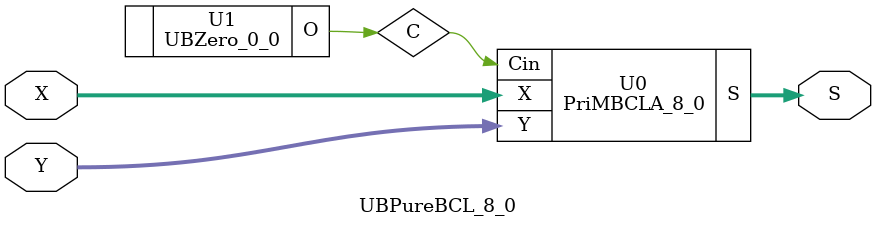
<source format=v>
/*----------------------------------------------------------------------------
  Copyright (c) 2021 Homma laboratory. All rights reserved.

  Top module: UBBCL_8_0_8_0

  Operand-1 length: 9
  Operand-2 length: 9
  Two-operand addition algorithm: Block carry look-ahead adder
----------------------------------------------------------------------------*/

module GPGenerator(Go, Po, A, B);
  output Go;
  output Po;
  input A;
  input B;
  assign Go = A & B;
  assign Po = A ^ B;
endmodule

module BCLAU_4(Go, Po, G, P, Cin);
  output Go;
  output Po;
  input Cin;
  input [3:0] G;
  input [3:0] P;
  assign Po = P[0] & P[1] & P[2] & P[3];
  assign Go = G[3] | ( P[3] & G[2] ) | ( P[3] & P[2] & G[1] ) | ( P[3] & P[2] & P[1] & G[0] );
endmodule

module BCLAlU_4(Go, Po, S, X, Y, Cin);
  output Go;
  output Po;
  output [3:0] S;
  input Cin;
  input [3:0] X;
  input [3:0] Y;
  wire [3:1] C;
  wire [3:0] G;
  wire [3:0] P;
  assign C[1] = G[0] | ( P[0] & Cin );
  assign C[2] = G[1] | ( P[1] & C[1] );
  assign C[3] = G[2] | ( P[2] & C[2] );
  assign S[0] = P[0] ^ Cin;
  assign S[1] = P[1] ^ C[1];
  assign S[2] = P[2] ^ C[2];
  assign S[3] = P[3] ^ C[3];
  GPGenerator U0 (G[0], P[0], X[0], Y[0]);
  GPGenerator U1 (G[1], P[1], X[1], Y[1]);
  GPGenerator U2 (G[2], P[2], X[2], Y[2]);
  GPGenerator U3 (G[3], P[3], X[3], Y[3]);
  BCLAU_4 U4 (Go, Po, G, P, Cin);
endmodule

module BCLAlU_1(Go, Po, S, X, Y, Cin);
  output Go;
  output Po;
  output S;
  input Cin;
  input X;
  input Y;
  wire W;
  assign S = W ^ Cin;
  assign Po = W;
  GPGenerator U0 (Go, W, X, Y);
endmodule

module PriMBCLA_8_0(S, X, Y, Cin);
  output [9:0] S;
  input Cin;
  input [8:0] X;
  input [8:0] Y;
  wire [2:0] C1;
  wire [2:0] G1;
  wire [2:0] P1;
  assign C1[0] = Cin;
  assign C1[1] = G1[0] | ( P1[0] & C1[0] );
  assign C1[2] = G1[1] | ( P1[1] & C1[1] );
  assign S[9] = G1[2] | ( P1[2] & C1[2] );
  BCLAlU_4 U0 (G1[0], P1[0], S[3:0], X[3:0], Y[3:0], C1[0]);
  BCLAlU_4 U1 (G1[1], P1[1], S[7:4], X[7:4], Y[7:4], C1[1]);
  BCLAlU_1 U2 (G1[2], P1[2], S[8], X[8], Y[8], C1[2]);
endmodule

module UBZero_0_0(O);
  output [0:0] O;
  assign O[0] = 0;
endmodule

module UBBCL_8_0_8_0 (S, X, Y);
  output [9:0] S;
  input [8:0] X;
  input [8:0] Y;
  UBPureBCL_8_0 U0 (S[9:0], X[8:0], Y[8:0]);
endmodule

module UBPureBCL_8_0 (S, X, Y);
  output [9:0] S;
  input [8:0] X;
  input [8:0] Y;
  wire C;
  PriMBCLA_8_0 U0 (S, X, Y, C);
  UBZero_0_0 U1 (C);
endmodule


</source>
